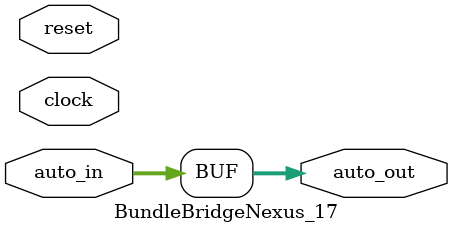
<source format=v>
module BundleBridgeNexus_17(
  input         clock,
  input         reset,
  input  [31:0] auto_in,
  output [31:0] auto_out
);
  assign auto_out = auto_in; // @[Nodes.scala 1210:84 LazyModule.scala 309:16]
endmodule

</source>
